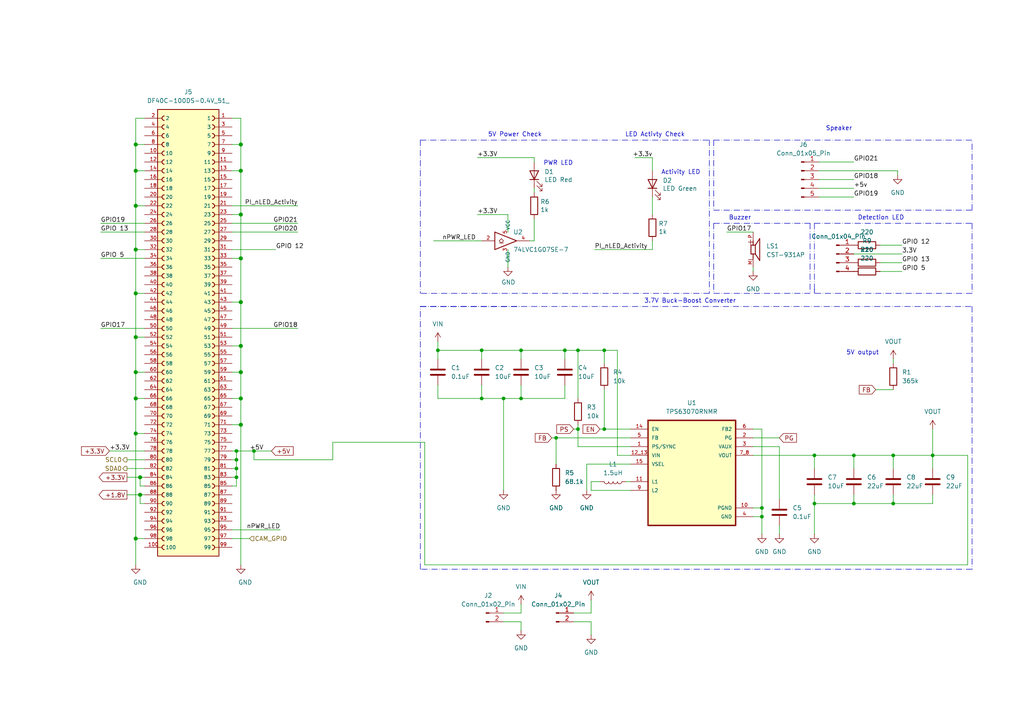
<source format=kicad_sch>
(kicad_sch (version 20231120) (generator "eeschema") (generator_version "8.0")
  (paper "A4")
  (title_block (title "Raspberry Pi Compute Module 4 AeroGuard") (date "2020-10-31") (rev "v01") (comment 4 "Author: Narain Vazquez"))
  (lib_symbols
    (symbol "CM4IO:74LVC1G07_copy"
      (property "Reference" "U" (at -2.54 3.81 0))
      (property "Value" "74LVC1G07_copy" (at 0 -3.81 0))
      (symbol "74LVC1G07_copy_1_1"
        (pin input line (at -7.62 0 0) (length 3.81) (name "~") (number "2"))
        (pin power_in line (at 0 -2.54 270) (length 0) (name "GND") (number "3"))
        (pin open_collector line (at 6.35 0 180) (length 3.81) (name "~") (number "4"))
        (pin power_in line (at 0 2.54 90) (length 0) (name "VCC") (number "5"))
      )
    )
    (symbol "CST-931AP:CST-931AP" (pin_names (offset 1.016))
      (property "Reference" "LS" (at -3.8191 8.9113 0))
      (property "Value" "CST-931AP" (at -3.8215 -11.4646 0))
      (symbol "CST-931AP_0_0"
        (text "+" (at -1.9113 1.2742 0) (effects (font (size 1.7839 1.7839)) (justify left bottom)))
        (text "-" (at -1.9113 -3.8143 0) (effects (font (size 1.7839 1.7839)) (justify left bottom)))
        (pin passive line (at 0 -5.08 90) (length 2.54) (name "~") (number "M"))
        (pin passive line (at 0 5.08 270) (length 2.54) (name "~") (number "P"))
      )
    )
    (symbol "Connector:Conn_01x02_Pin" (pin_names (offset 1.016) hide)
      (property "Reference" "J" (at 0 2.54 0))
      (property "Value" "Conn_01x02_Pin" (at 0 -5.08 0))
      (symbol "Conn_01x02_Pin_1_1"
        (pin passive line (at 5.08 0 180) (length 3.81) (name "Pin_1") (number "1"))
        (pin passive line (at 5.08 -2.54 180) (length 3.81) (name "Pin_2") (number "2"))
      )
    )
    (symbol "Connector:Conn_01x04_Pin" (pin_names (offset 1.016) hide)
      (property "Reference" "J" (at 0 5.08 0))
      (property "Value" "Conn_01x04_Pin" (at 0 -7.62 0))
      (symbol "Conn_01x04_Pin_1_1"
        (pin passive line (at 5.08 2.54 180) (length 3.81) (name "Pin_1") (number "1"))
        (pin passive line (at 5.08 0 180) (length 3.81) (name "Pin_2") (number "2"))
        (pin passive line (at 5.08 -2.54 180) (length 3.81) (name "Pin_3") (number "3"))
        (pin passive line (at 5.08 -5.08 180) (length 3.81) (name "Pin_4") (number "4"))
      )
    )
    (symbol "Connector:Conn_01x05_Pin" (pin_names (offset 1.016) hide)
      (property "Reference" "J" (at 0 7.62 0))
      (property "Value" "Conn_01x05_Pin" (at 0 -7.62 0))
      (symbol "Conn_01x05_Pin_1_1"
        (pin passive line (at 5.08 5.08 180) (length 3.81) (name "Pin_1") (number "1"))
        (pin passive line (at 5.08 2.54 180) (length 3.81) (name "Pin_2") (number "2"))
        (pin passive line (at 5.08 0 180) (length 3.81) (name "Pin_3") (number "3"))
        (pin passive line (at 5.08 -2.54 180) (length 3.81) (name "Pin_4") (number "4"))
        (pin passive line (at 5.08 -5.08 180) (length 3.81) (name "Pin_5") (number "5"))
      )
    )
    (symbol "DF40C-100DS-0.4V_51_:DF40C-100DS-0.4V_51_" (pin_names (offset 1.016))
      (property "Reference" "J" (at -8.9083 63.6526 0))
      (property "Value" "DF40C-100DS-0.4V_51_" (at -8.9063 -68.7318 0))
      (symbol "DF40C-100DS-0.4V_51__0_0"
        (pin passive line (at -12.7 60.96 0) (length 5.08) (name "1") (number "1"))
        (pin passive line (at 12.7 50.8 180) (length 5.08) (name "10") (number "10"))
        (pin passive line (at 12.7 -63.5 180) (length 5.08) (name "100") (number "100"))
        (pin passive line (at -12.7 48.26 0) (length 5.08) (name "11") (number "11"))
        (pin passive line (at 12.7 48.26 180) (length 5.08) (name "12") (number "12"))
        (pin passive line (at -12.7 45.72 0) (length 5.08) (name "13") (number "13"))
        (pin passive line (at 12.7 45.72 180) (length 5.08) (name "14") (number "14"))
        (pin passive line (at -12.7 43.18 0) (length 5.08) (name "15") (number "15"))
        (pin passive line (at 12.7 43.18 180) (length 5.08) (name "16") (number "16"))
        (pin passive line (at -12.7 40.64 0) (length 5.08) (name "17") (number "17"))
        (pin passive line (at 12.7 40.64 180) (length 5.08) (name "18") (number "18"))
        (pin passive line (at -12.7 38.1 0) (length 5.08) (name "19") (number "19"))
        (pin passive line (at 12.7 60.96 180) (length 5.08) (name "2") (number "2"))
        (pin passive line (at 12.7 38.1 180) (length 5.08) (name "20") (number "20"))
        (pin passive line (at -12.7 35.56 0) (length 5.08) (name "21") (number "21"))
        (pin passive line (at 12.7 35.56 180) (length 5.08) (name "22") (number "22"))
        (pin passive line (at -12.7 33.02 0) (length 5.08) (name "23") (number "23"))
        (pin passive line (at 12.7 33.02 180) (length 5.08) (name "24") (number "24"))
        (pin passive line (at -12.7 30.48 0) (length 5.08) (name "25") (number "25"))
        (pin passive line (at 12.7 30.48 180) (length 5.08) (name "26") (number "26"))
        (pin passive line (at -12.7 27.94 0) (length 5.08) (name "27") (number "27"))
        (pin passive line (at 12.7 27.94 180) (length 5.08) (name "28") (number "28"))
        (pin passive line (at -12.7 25.4 0) (length 5.08) (name "29") (number "29"))
        (pin passive line (at -12.7 58.42 0) (length 5.08) (name "3") (number "3"))
        (pin passive line (at 12.7 25.4 180) (length 5.08) (name "30") (number "30"))
        (pin passive line (at -12.7 22.86 0) (length 5.08) (name "31") (number "31"))
        (pin passive line (at 12.7 22.86 180) (length 5.08) (name "32") (number "32"))
        (pin passive line (at -12.7 20.32 0) (length 5.08) (name "33") (number "33"))
        (pin passive line (at 12.7 20.32 180) (length 5.08) (name "34") (number "34"))
        (pin passive line (at -12.7 17.78 0) (length 5.08) (name "35") (number "35"))
        (pin passive line (at 12.7 17.78 180) (length 5.08) (name "36") (number "36"))
        (pin passive line (at -12.7 15.24 0) (length 5.08) (name "37") (number "37"))
        (pin passive line (at 12.7 15.24 180) (length 5.08) (name "38") (number "38"))
        (pin passive line (at -12.7 12.7 0) (length 5.08) (name "39") (number "39"))
        (pin passive line (at 12.7 58.42 180) (length 5.08) (name "4") (number "4"))
        (pin passive line (at 12.7 12.7 180) (length 5.08) (name "40") (number "40"))
        (pin passive line (at -12.7 10.16 0) (length 5.08) (name "41") (number "41"))
        (pin passive line (at 12.7 10.16 180) (length 5.08) (name "42") (number "42"))
        (pin passive line (at -12.7 7.62 0) (length 5.08) (name "43") (number "43"))
        (pin passive line (at 12.7 7.62 180) (length 5.08) (name "44") (number "44"))
        (pin passive line (at -12.7 5.08 0) (length 5.08) (name "45") (number "45"))
        (pin passive line (at 12.7 5.08 180) (length 5.08) (name "46") (number "46"))
        (pin passive line (at -12.7 2.54 0) (length 5.08) (name "47") (number "47"))
        (pin passive line (at 12.7 2.54 180) (length 5.08) (name "48") (number "48"))
        (pin passive line (at -12.7 0 0) (length 5.08) (name "49") (number "49"))
        (pin passive line (at -12.7 55.88 0) (length 5.08) (name "5") (number "5"))
        (pin passive line (at 12.7 0 180) (length 5.08) (name "50") (number "50"))
        (pin passive line (at -12.7 -2.54 0) (length 5.08) (name "51") (number "51"))
        (pin passive line (at 12.7 -2.54 180) (length 5.08) (name "52") (number "52"))
        (pin passive line (at -12.7 -5.08 0) (length 5.08) (name "53") (number "53"))
        (pin passive line (at 12.7 -5.08 180) (length 5.08) (name "54") (number "54"))
        (pin passive line (at -12.7 -7.62 0) (length 5.08) (name "55") (number "55"))
        (pin passive line (at 12.7 -7.62 180) (length 5.08) (name "56") (number "56"))
        (pin passive line (at -12.7 -10.16 0) (length 5.08) (name "57") (number "57"))
        (pin passive line (at 12.7 -10.16 180) (length 5.08) (name "58") (number "58"))
        (pin passive line (at -12.7 -12.7 0) (length 5.08) (name "59") (number "59"))
        (pin passive line (at 12.7 55.88 180) (length 5.08) (name "6") (number "6"))
        (pin passive line (at 12.7 -12.7 180) (length 5.08) (name "60") (number "60"))
        (pin passive line (at -12.7 -15.24 0) (length 5.08) (name "61") (number "61"))
        (pin passive line (at 12.7 -15.24 180) (length 5.08) (name "62") (number "62"))
        (pin passive line (at -12.7 -17.78 0) (length 5.08) (name "63") (number "63"))
        (pin passive line (at 12.7 -17.78 180) (length 5.08) (name "64") (number "64"))
        (pin passive line (at -12.7 -20.32 0) (length 5.08) (name "65") (number "65"))
        (pin passive line (at 12.7 -20.32 180) (length 5.08) (name "66") (number "66"))
        (pin passive line (at -12.7 -22.86 0) (length 5.08) (name "67") (number "67"))
        (pin passive line (at 12.7 -22.86 180) (length 5.08) (name "68") (number "68"))
        (pin passive line (at -12.7 -25.4 0) (length 5.08) (name "69") (number "69"))
        (pin passive line (at -12.7 53.34 0) (length 5.08) (name "7") (number "7"))
        (pin passive line (at 12.7 -25.4 180) (length 5.08) (name "70") (number "70"))
        (pin passive line (at -12.7 -27.94 0) (length 5.08) (name "71") (number "71"))
        (pin passive line (at 12.7 -27.94 180) (length 5.08) (name "72") (number "72"))
        (pin passive line (at -12.7 -30.48 0) (length 5.08) (name "73") (number "73"))
        (pin passive line (at 12.7 -30.48 180) (length 5.08) (name "74") (number "74"))
        (pin passive line (at -12.7 -33.02 0) (length 5.08) (name "75") (number "75"))
        (pin passive line (at 12.7 -33.02 180) (length 5.08) (name "76") (number "76"))
        (pin passive line (at -12.7 -35.56 0) (length 5.08) (name "77") (number "77"))
        (pin passive line (at 12.7 -35.56 180) (length 5.08) (name "78") (number "78"))
        (pin passive line (at -12.7 -38.1 0) (length 5.08) (name "79") (number "79"))
        (pin passive line (at 12.7 53.34 180) (length 5.08) (name "8") (number "8"))
        (pin passive line (at 12.7 -38.1 180) (length 5.08) (name "80") (number "80"))
        (pin passive line (at -12.7 -40.64 0) (length 5.08) (name "81") (number "81"))
        (pin passive line (at 12.7 -40.64 180) (length 5.08) (name "82") (number "82"))
        (pin passive line (at -12.7 -43.18 0) (length 5.08) (name "83") (number "83"))
        (pin passive line (at 12.7 -43.18 180) (length 5.08) (name "84") (number "84"))
        (pin passive line (at -12.7 -45.72 0) (length 5.08) (name "85") (number "85"))
        (pin passive line (at 12.7 -45.72 180) (length 5.08) (name "86") (number "86"))
        (pin passive line (at -12.7 -48.26 0) (length 5.08) (name "87") (number "87"))
        (pin passive line (at 12.7 -48.26 180) (length 5.08) (name "88") (number "88"))
        (pin passive line (at -12.7 -50.8 0) (length 5.08) (name "89") (number "89"))
        (pin passive line (at -12.7 50.8 0) (length 5.08) (name "9") (number "9"))
        (pin passive line (at 12.7 -50.8 180) (length 5.08) (name "90") (number "90"))
        (pin passive line (at -12.7 -53.34 0) (length 5.08) (name "91") (number "91"))
        (pin passive line (at 12.7 -53.34 180) (length 5.08) (name "92") (number "92"))
        (pin passive line (at -12.7 -55.88 0) (length 5.08) (name "93") (number "93"))
        (pin passive line (at 12.7 -55.88 180) (length 5.08) (name "94") (number "94"))
        (pin passive line (at -12.7 -58.42 0) (length 5.08) (name "95") (number "95"))
        (pin passive line (at 12.7 -58.42 180) (length 5.08) (name "96") (number "96"))
        (pin passive line (at -12.7 -60.96 0) (length 5.08) (name "97") (number "97"))
        (pin passive line (at 12.7 -60.96 180) (length 5.08) (name "98") (number "98"))
        (pin passive line (at -12.7 -63.5 0) (length 5.08) (name "99") (number "99"))
      )
    )
    (symbol "Device:C" (pin_numbers hide) (pin_names (offset 0.254))
      (property "Reference" "C" (at 0.635 2.54 0))
      (property "Value" "C" (at 0.635 -2.54 0))
      (symbol "C_1_1"
        (pin passive line (at 0 3.81 270) (length 2.794) (name "~") (number "1"))
        (pin passive line (at 0 -3.81 90) (length 2.794) (name "~") (number "2"))
      )
    )
    (symbol "Device:L" (pin_numbers hide) (pin_names (offset 1.016) hide)
      (property "Reference" "L" (at -1.27 0 90))
      (property "Value" "L" (at 1.905 0 90))
      (symbol "L_1_1"
        (pin passive line (at 0 3.81 270) (length 1.27) (name "1") (number "1"))
        (pin passive line (at 0 -3.81 90) (length 1.27) (name "2") (number "2"))
      )
    )
    (symbol "Device:LED" (pin_numbers hide) (pin_names hide)
      (property "Reference" "D" (at 0 2.54 0))
      (property "Value" "LED" (at 0 -2.54 0))
      (symbol "LED_1_1"
        (pin passive line (at -3.81 0 0) (length 2.54) (name "K") (number "1"))
        (pin passive line (at 3.81 0 180) (length 2.54) (name "A") (number "2"))
      )
    )
    (symbol "Device:R" (pin_numbers hide) (pin_names (offset 0))
      (property "Reference" "R" (at 2.032 0 90))
      (property "Value" "R" (at 0 0 90))
      (symbol "R_1_1"
        (pin passive line (at 0 3.81 270) (length 1.27) (name "~") (number "1"))
        (pin passive line (at 0 -3.81 90) (length 1.27) (name "~") (number "2"))
      )
    )
    (symbol "GND_1" (power) (pin_numbers hide) (pin_names (offset 0) hide)
      (property "Value" "GND" (at 0 -3.81 0))
      (symbol "GND_1_1_1"
        (pin power_in line (at 0 0 270) (length 0) (name "~") (number "1"))
      )
    )
    (symbol "GND_2" (power) (pin_numbers hide) (pin_names (offset 0) hide)
      (property "Value" "GND" (at 0 -3.81 0))
      (symbol "GND_2_1_1"
        (pin power_in line (at 0 0 270) (length 0) (name "~") (number "1"))
      )
    )
    (symbol "buckboost:TPS63070RNMR" (pin_names (offset 1.016))
      (property "Reference" "U" (at -12.7 16.24 0))
      (property "Value" "TPS63070RNMR" (at -12.7 -19.24 0))
      (symbol "TPS63070RNMR_0_0"
        (pin input line (at -17.78 7.62 0) (length 5.08) (name "PS/SYNC") (number "1"))
        (pin power_in line (at 17.78 -10.16 180) (length 5.08) (name "PGND") (number "10"))
        (pin bidirectional line (at -17.78 -2.54 0) (length 5.08) (name "L1") (number "11"))
        (pin input line (at -17.78 5.08 0) (length 5.08) (name "VIN") (number "12_13"))
        (pin input line (at -17.78 12.7 0) (length 5.08) (name "EN") (number "14"))
        (pin input line (at -17.78 2.54 0) (length 5.08) (name "VSEL") (number "15"))
        (pin output line (at 17.78 10.16 180) (length 5.08) (name "PG") (number "2"))
        (pin output line (at 17.78 7.62 180) (length 5.08) (name "VAUX") (number "3"))
        (pin power_in line (at 17.78 -12.7 180) (length 5.08) (name "GND") (number "4"))
        (pin input line (at -17.78 10.16 0) (length 5.08) (name "FB") (number "5"))
        (pin output line (at 17.78 12.7 180) (length 5.08) (name "FB2") (number "6"))
        (pin output line (at 17.78 5.08 180) (length 5.08) (name "VOUT") (number "7_8"))
        (pin bidirectional line (at -17.78 -5.08 0) (length 5.08) (name "L2") (number "9"))
      )
    )
    (symbol "power:GND" (power) (pin_names (offset 0))
      (property "Value" "GND" (at 0 -3.81 0))
      (symbol "GND_1_1"
        (pin power_in line (at 0 0 270) (length 0) hide (name "GND") (number "1"))
      )
    )
    (symbol "power:VDD" (power) (pin_numbers hide) (pin_names (offset 0) hide)
      (property "Value" "VDD" (at 0 3.556 0))
      (symbol "VDD_1_1"
        (pin power_in line (at 0 0 90) (length 0) (name "~") (number "1"))
      )
    )
  )
  (junction (at 69.85 123.19) (diameter 1.016))
  (junction (at 270.51 132.08))
  (junction (at 39.37 97.79) (diameter 1.016))
  (junction (at 139.7 101.6))
  (junction (at 167.64 101.6))
  (junction (at 139.7 115.57))
  (junction (at 40.64 138.43) (diameter 1.016))
  (junction (at 69.85 41.91) (diameter 1.016))
  (junction (at 39.37 72.39) (diameter 1.016))
  (junction (at 39.37 156.21) (diameter 1.016))
  (junction (at 39.37 115.57) (diameter 1.016))
  (junction (at 161.29 127))
  (junction (at 69.85 74.93) (diameter 1.016))
  (junction (at 68.58 135.89))
  (junction (at 39.37 49.53) (diameter 1.016))
  (junction (at 69.85 87.63) (diameter 1.016))
  (junction (at 175.26 124.46))
  (junction (at 151.13 115.57))
  (junction (at 151.13 101.6))
  (junction (at 73.66 130.81))
  (junction (at 68.58 138.43))
  (junction (at 39.37 107.95) (diameter 1.016))
  (junction (at 167.64 124.46))
  (junction (at 69.85 115.57) (diameter 1.016))
  (junction (at 146.05 115.57))
  (junction (at 69.85 62.23) (diameter 1.016))
  (junction (at 220.98 147.32))
  (junction (at 39.37 125.73) (diameter 1.016))
  (junction (at 69.85 100.33) (diameter 1.016))
  (junction (at 39.37 59.69) (diameter 1.016))
  (junction (at 39.37 85.09) (diameter 1.016))
  (junction (at 40.64 143.51) (diameter 1.016))
  (junction (at 259.08 146.05))
  (junction (at 220.98 149.86))
  (junction (at 68.58 130.81))
  (junction (at 247.65 146.05))
  (junction (at 236.22 132.08))
  (junction (at 68.58 133.35))
  (junction (at 127 101.6))
  (junction (at 247.65 132.08))
  (junction (at 69.85 49.53) (diameter 1.016))
  (junction (at 39.37 41.91) (diameter 1.016))
  (junction (at 259.08 132.08))
  (junction (at 175.26 101.6))
  (junction (at 163.83 101.6))
  (junction (at 236.22 146.05))
  (junction (at 69.85 107.95) (diameter 1.016))
  (wire (pts (xy 29.21 64.77) (xy 41.91 64.77)))
  (wire (pts (xy 167.64 129.54) (xy 182.88 129.54)))
  (wire (pts (xy 218.44 147.32) (xy 220.98 147.32)))
  (wire (pts (xy 247.65 146.05) (xy 259.08 146.05)))
  (wire (pts (xy 236.22 146.05) (xy 247.65 146.05)))
  (wire (pts (xy 261.62 76.2) (xy 255.27 76.2)))
  (wire (pts (xy 68.58 133.35) (xy 68.58 135.89)))
  (polyline (pts (xy 121.92 165.1) (xy 121.92 88.9)) (stroke (width 0) (type dash_dot)))
  (polyline (pts (xy 207.01 40.64) (xy 207.01 60.96)) (stroke (width 0) (type dash_dot)))
  (wire (pts (xy 67.31 87.63) (xy 69.85 87.63)))
  (polyline (pts (xy 236.22 64.77) (xy 281.94 64.77)) (stroke (width 0) (type dash_dot)))
  (wire (pts (xy 146.05 115.57) (xy 146.05 142.24)))
  (wire (pts (xy 154.94 63.5) (xy 154.94 69.85)))
  (wire (pts (xy 40.64 143.51) (xy 41.91 143.51)))
  (wire (pts (xy 167.64 101.6) (xy 175.26 101.6)))
  (wire (pts (xy 36.83 138.43) (xy 40.64 138.43)))
  (wire (pts (xy 236.22 135.89) (xy 236.22 132.08)))
  (wire (pts (xy 147.32 72.39) (xy 147.32 77.47)))
  (polyline (pts (xy 121.92 40.64) (xy 121.92 85.09)) (stroke (width 0) (type dash_dot)))
  (wire (pts (xy 67.31 95.25) (xy 86.36 95.25)))
  (polyline (pts (xy 207.01 64.77) (xy 207.01 85.09)) (stroke (width 0) (type dash_dot)))
  (wire (pts (xy 171.45 142.24) (xy 182.88 142.24)))
  (wire (pts (xy 151.13 111.76) (xy 151.13 115.57)))
  (wire (pts (xy 67.31 153.67) (xy 81.28 153.67)))
  (wire (pts (xy 236.22 143.51) (xy 236.22 146.05)))
  (wire (pts (xy 36.83 143.51) (xy 40.64 143.51)))
  (polyline (pts (xy 121.92 88.9) (xy 151.13 88.9)) (stroke (width 0) (type dash_dot)))
  (wire (pts (xy 68.58 135.89) (xy 68.58 138.43)))
  (wire (pts (xy 259.08 132.08) (xy 270.51 132.08)))
  (wire (pts (xy 39.37 59.69) (xy 41.91 59.69)))
  (wire (pts (xy 69.85 87.63) (xy 69.85 100.33)))
  (wire (pts (xy 270.51 124.46) (xy 270.51 132.08)))
  (wire (pts (xy 151.13 101.6) (xy 163.83 101.6)))
  (wire (pts (xy 189.23 57.15) (xy 189.23 62.23)))
  (wire (pts (xy 175.26 124.46) (xy 175.26 113.03)))
  (polyline (pts (xy 236.22 83.82) (xy 236.22 85.09)) (stroke (width 0) (type dash_dot)))
  (polyline (pts (xy 121.92 40.64) (xy 205.74 40.64)) (stroke (width 0) (type dash_dot)))
  (wire (pts (xy 166.37 124.46) (xy 167.64 124.46)))
  (wire (pts (xy 39.37 125.73) (xy 39.37 156.21)))
  (wire (pts (xy 139.7 111.76) (xy 139.7 115.57)))
  (wire (pts (xy 166.37 180.34) (xy 171.45 180.34)))
  (wire (pts (xy 154.94 54.61) (xy 154.94 55.88)))
  (wire (pts (xy 39.37 34.29) (xy 39.37 41.91)))
  (wire (pts (xy 146.05 115.57) (xy 151.13 115.57)))
  (wire (pts (xy 127 101.6) (xy 139.7 101.6)))
  (wire (pts (xy 179.07 132.08) (xy 182.88 132.08)))
  (wire (pts (xy 218.44 132.08) (xy 236.22 132.08)))
  (wire (pts (xy 171.45 177.8) (xy 171.45 173.99)))
  (wire (pts (xy 96.52 128.27) (xy 96.52 133.35)))
  (wire (pts (xy 36.83 135.89) (xy 41.91 135.89)))
  (wire (pts (xy 125.73 69.85) (xy 139.7 69.85)))
  (wire (pts (xy 68.58 130.81) (xy 73.66 130.81)))
  (wire (pts (xy 39.37 85.09) (xy 39.37 97.79)))
  (wire (pts (xy 247.65 132.08) (xy 247.65 135.89)))
  (wire (pts (xy 163.83 115.57) (xy 163.83 111.76)))
  (wire (pts (xy 220.98 124.46) (xy 220.98 147.32)))
  (wire (pts (xy 39.37 72.39) (xy 41.91 72.39)))
  (wire (pts (xy 175.26 101.6) (xy 175.26 105.41)))
  (wire (pts (xy 151.13 180.34) (xy 151.13 182.88)))
  (wire (pts (xy 151.13 101.6) (xy 151.13 104.14)))
  (wire (pts (xy 220.98 147.32) (xy 220.98 149.86)))
  (wire (pts (xy 151.13 175.26) (xy 151.13 177.8)))
  (wire (pts (xy 123.19 128.27) (xy 96.52 128.27)))
  (wire (pts (xy 270.51 132.08) (xy 270.51 135.89)))
  (wire (pts (xy 67.31 123.19) (xy 69.85 123.19)))
  (wire (pts (xy 160.02 127) (xy 161.29 127)))
  (wire (pts (xy 39.37 41.91) (xy 39.37 49.53)))
  (wire (pts (xy 161.29 127) (xy 182.88 127)))
  (wire (pts (xy 179.07 101.6) (xy 179.07 132.08)))
  (wire (pts (xy 67.31 49.53) (xy 69.85 49.53)))
  (wire (pts (xy 67.31 130.81) (xy 68.58 130.81)))
  (wire (pts (xy 189.23 72.39) (xy 189.23 69.85)))
  (wire (pts (xy 31.75 130.81) (xy 41.91 130.81)))
  (wire (pts (xy 247.65 146.05) (xy 247.65 143.51)))
  (wire (pts (xy 260.35 49.53) (xy 260.35 50.8)))
  (wire (pts (xy 67.31 107.95) (xy 69.85 107.95)))
  (polyline (pts (xy 281.94 88.9) (xy 281.94 165.1)) (stroke (width 0) (type dash_dot)))
  (wire (pts (xy 261.62 78.74) (xy 255.27 78.74)))
  (wire (pts (xy 80.01 72.39) (xy 67.31 72.39)))
  (wire (pts (xy 39.37 115.57) (xy 41.91 115.57)))
  (wire (pts (xy 39.37 97.79) (xy 39.37 107.95)))
  (wire (pts (xy 146.05 180.34) (xy 151.13 180.34)))
  (wire (pts (xy 237.49 49.53) (xy 260.35 49.53)))
  (wire (pts (xy 29.21 74.93) (xy 41.91 74.93)))
  (wire (pts (xy 39.37 72.39) (xy 39.37 85.09)))
  (wire (pts (xy 171.45 139.7) (xy 171.45 142.24)))
  (wire (pts (xy 218.44 129.54) (xy 226.06 129.54)))
  (polyline (pts (xy 281.94 85.09) (xy 236.22 85.09)) (stroke (width 0) (type dash_dot)))
  (wire (pts (xy 69.85 62.23) (xy 69.85 74.93)))
  (wire (pts (xy 175.26 101.6) (xy 179.07 101.6)))
  (wire (pts (xy 270.51 146.05) (xy 270.51 143.51)))
  (wire (pts (xy 127 99.06) (xy 127 101.6)))
  (wire (pts (xy 182.88 134.62) (xy 170.18 134.62)))
  (wire (pts (xy 261.62 71.12) (xy 255.27 71.12)))
  (wire (pts (xy 36.83 133.35) (xy 41.91 133.35)))
  (wire (pts (xy 127 115.57) (xy 139.7 115.57)))
  (wire (pts (xy 154.94 69.85) (xy 153.67 69.85)))
  (wire (pts (xy 67.31 74.93) (xy 69.85 74.93)))
  (wire (pts (xy 39.37 41.91) (xy 41.91 41.91)))
  (wire (pts (xy 147.32 67.31) (xy 147.32 62.23)))
  (wire (pts (xy 69.85 41.91) (xy 69.85 49.53)))
  (wire (pts (xy 40.64 146.05) (xy 40.64 143.51)))
  (wire (pts (xy 139.7 115.57) (xy 146.05 115.57)))
  (polyline (pts (xy 281.94 64.77) (xy 281.94 85.09)) (stroke (width 0) (type dash_dot)))
  (wire (pts (xy 237.49 57.15) (xy 247.65 57.15)))
  (wire (pts (xy 69.85 107.95) (xy 69.85 115.57)))
  (wire (pts (xy 67.31 67.31) (xy 86.36 67.31)))
  (wire (pts (xy 154.94 45.72) (xy 138.43 45.72)))
  (wire (pts (xy 151.13 177.8) (xy 146.05 177.8)))
  (wire (pts (xy 40.64 138.43) (xy 41.91 138.43)))
  (wire (pts (xy 73.66 130.81) (xy 73.66 133.35)))
  (polyline (pts (xy 207.01 60.96) (xy 281.94 60.96)) (stroke (width 0) (type dash_dot)))
  (polyline (pts (xy 207.01 64.77) (xy 234.95 64.77)) (stroke (width 0) (type dash_dot)))
  (polyline (pts (xy 281.94 60.96) (xy 281.94 40.64)) (stroke (width 0) (type dash_dot)))
  (polyline (pts (xy 121.92 88.9) (xy 281.94 88.9)) (stroke (width 0) (type dash_dot)))
  (wire (pts (xy 226.06 129.54) (xy 226.06 144.78)))
  (wire (pts (xy 170.18 134.62) (xy 170.18 142.24)))
  (wire (pts (xy 161.29 134.62) (xy 161.29 127)))
  (wire (pts (xy 39.37 85.09) (xy 41.91 85.09)))
  (wire (pts (xy 39.37 49.53) (xy 41.91 49.53)))
  (wire (pts (xy 39.37 49.53) (xy 39.37 59.69)))
  (wire (pts (xy 218.44 124.46) (xy 220.98 124.46)))
  (wire (pts (xy 41.91 95.25) (xy 29.21 95.25)))
  (wire (pts (xy 167.64 115.57) (xy 167.64 101.6)))
  (wire (pts (xy 167.64 124.46) (xy 167.64 129.54)))
  (wire (pts (xy 154.94 46.99) (xy 154.94 45.72)))
  (wire (pts (xy 39.37 125.73) (xy 41.91 125.73)))
  (wire (pts (xy 218.44 77.47) (xy 218.44 78.74)))
  (wire (pts (xy 69.85 34.29) (xy 69.85 41.91)))
  (wire (pts (xy 163.83 101.6) (xy 167.64 101.6)))
  (polyline (pts (xy 234.95 64.77) (xy 234.95 85.09)) (stroke (width 0) (type dash_dot)))
  (wire (pts (xy 69.85 100.33) (xy 69.85 107.95)))
  (wire (pts (xy 280.67 132.08) (xy 270.51 132.08)))
  (wire (pts (xy 259.08 146.05) (xy 259.08 143.51)))
  (wire (pts (xy 237.49 52.07) (xy 247.65 52.07)))
  (wire (pts (xy 147.32 62.23) (xy 138.43 62.23)))
  (wire (pts (xy 220.98 149.86) (xy 220.98 154.94)))
  (wire (pts (xy 236.22 146.05) (xy 236.22 154.94)))
  (wire (pts (xy 69.85 49.53) (xy 69.85 62.23)))
  (wire (pts (xy 127 111.76) (xy 127 115.57)))
  (wire (pts (xy 67.31 59.69) (xy 86.36 59.69)))
  (wire (pts (xy 73.66 130.81) (xy 78.74 130.81)))
  (wire (pts (xy 73.66 133.35) (xy 96.52 133.35)))
  (wire (pts (xy 39.37 115.57) (xy 39.37 125.73)))
  (polyline (pts (xy 205.74 85.09) (xy 121.92 85.09)) (stroke (width 0) (type dash_dot)))
  (wire (pts (xy 67.31 62.23) (xy 69.85 62.23)))
  (wire (pts (xy 68.58 130.81) (xy 68.58 133.35)))
  (polyline (pts (xy 236.22 64.77) (xy 236.22 85.09)) (stroke (width 0) (type dash_dot)))
  (wire (pts (xy 171.45 139.7) (xy 173.99 139.7)))
  (wire (pts (xy 166.37 177.8) (xy 171.45 177.8)))
  (wire (pts (xy 39.37 156.21) (xy 41.91 156.21)))
  (wire (pts (xy 259.08 104.14) (xy 259.08 105.41)))
  (wire (pts (xy 39.37 97.79) (xy 41.91 97.79)))
  (wire (pts (xy 67.31 115.57) (xy 69.85 115.57)))
  (wire (pts (xy 254 113.03) (xy 259.08 113.03)))
  (wire (pts (xy 67.31 138.43) (xy 68.58 138.43)))
  (wire (pts (xy 41.91 34.29) (xy 39.37 34.29)))
  (polyline (pts (xy 281.94 165.1) (xy 121.92 165.1)) (stroke (width 0) (type dash_dot)))
  (wire (pts (xy 237.49 46.99) (xy 247.65 46.99)))
  (wire (pts (xy 67.31 156.21) (xy 72.39 156.21)))
  (wire (pts (xy 261.62 73.66) (xy 247.65 73.66)))
  (wire (pts (xy 67.31 64.77) (xy 86.36 64.77)))
  (wire (pts (xy 182.88 124.46) (xy 175.26 124.46)))
  (wire (pts (xy 41.91 146.05) (xy 40.64 146.05)))
  (wire (pts (xy 237.49 54.61) (xy 247.65 54.61)))
  (wire (pts (xy 67.31 41.91) (xy 69.85 41.91)))
  (wire (pts (xy 259.08 146.05) (xy 270.51 146.05)))
  (wire (pts (xy 236.22 132.08) (xy 247.65 132.08)))
  (wire (pts (xy 29.21 67.31) (xy 41.91 67.31)))
  (wire (pts (xy 218.44 127) (xy 226.06 127)))
  (wire (pts (xy 139.7 101.6) (xy 139.7 104.14)))
  (wire (pts (xy 181.61 139.7) (xy 182.88 139.7)))
  (wire (pts (xy 67.31 133.35) (xy 68.58 133.35)))
  (wire (pts (xy 123.19 128.27) (xy 123.19 163.83)))
  (wire (pts (xy 171.45 180.34) (xy 171.45 184.15)))
  (wire (pts (xy 226.06 154.94) (xy 226.06 152.4)))
  (polyline (pts (xy 207.01 40.64) (xy 281.94 40.64)) (stroke (width 0) (type dash_dot)))
  (wire (pts (xy 39.37 59.69) (xy 39.37 72.39)))
  (wire (pts (xy 39.37 156.21) (xy 39.37 163.83)))
  (wire (pts (xy 139.7 101.6) (xy 151.13 101.6)))
  (wire (pts (xy 68.58 140.97) (xy 67.31 140.97)))
  (wire (pts (xy 173.99 124.46) (xy 175.26 124.46)))
  (polyline (pts (xy 205.74 40.64) (xy 205.74 85.09)) (stroke (width 0) (type dash_dot)))
  (wire (pts (xy 247.65 132.08) (xy 259.08 132.08)))
  (wire (pts (xy 184.15 45.72) (xy 189.23 45.72)))
  (wire (pts (xy 39.37 107.95) (xy 39.37 115.57)))
  (wire (pts (xy 68.58 138.43) (xy 68.58 140.97)))
  (wire (pts (xy 127 104.14) (xy 127 101.6)))
  (wire (pts (xy 67.31 100.33) (xy 69.85 100.33)))
  (wire (pts (xy 189.23 49.53) (xy 189.23 45.72)))
  (wire (pts (xy 41.91 140.97) (xy 40.64 140.97)))
  (wire (pts (xy 67.31 135.89) (xy 68.58 135.89)))
  (wire (pts (xy 259.08 132.08) (xy 259.08 135.89)))
  (polyline (pts (xy 207.01 85.09) (xy 234.95 85.09)) (stroke (width 0) (type dash_dot)))
  (wire (pts (xy 151.13 115.57) (xy 163.83 115.57)))
  (wire (pts (xy 167.64 123.19) (xy 167.64 124.46)))
  (wire (pts (xy 40.64 140.97) (xy 40.64 138.43)))
  (wire (pts (xy 123.19 163.83) (xy 280.67 163.83)))
  (wire (pts (xy 69.85 74.93) (xy 69.85 87.63)))
  (wire (pts (xy 280.67 163.83) (xy 280.67 132.08)))
  (wire (pts (xy 172.466 72.39) (xy 189.23 72.39)))
  (wire (pts (xy 69.85 115.57) (xy 69.85 123.19)))
  (wire (pts (xy 210.82 67.31) (xy 218.44 67.31)))
  (wire (pts (xy 67.31 34.29) (xy 69.85 34.29)))
  (wire (pts (xy 163.83 101.6) (xy 163.83 104.14)))
  (wire (pts (xy 39.37 107.95) (xy 41.91 107.95)))
  (wire (pts (xy 69.85 123.19) (xy 69.85 163.83)))
  (wire (pts (xy 218.44 149.86) (xy 220.98 149.86)))
  (text "LED Activty Check\n" (at 189.992 39.116 0) (effects (font (size 1.27 1.27))))
  (text "Activity LED" (at 191.77 50.8 0) (effects (font (size 1.27 1.27)) (justify left bottom)))
  (text "Speaker\n" (at 243.332 37.338 0) (effects (font (size 1.27 1.27))))
  (text "PWR LED" (at 157.607 48.133 0) (effects (font (size 1.27 1.27)) (justify left bottom)))
  (text "Detection LED\n" (at 255.524 63.246 0) (effects (font (size 1.27 1.27))))
  (text "3.7V Buck-Boost Converter\n" (at 200.152 87.376 0) (effects (font (size 1.27 1.27))))
  (text "5V output\n" (at 250.19 102.362 0) (effects (font (size 1.27 1.27))))
  (text "Buzzer\n" (at 214.63 63.246 0) (effects (font (size 1.27 1.27))))
  (text "5V Power Check" (at 149.352 39.116 0) (effects (font (size 1.27 1.27))))
  (label "+3.3v" (at 189.23 45.72 180))
  (label "GPIO 13" (at 29.21 67.31 0))
  (label "GPIO21" (at 86.36 64.77 180))
  (label "PI_nLED_Activity" (at 172.466 72.39 0))
  (label "nPWR_LED" (at 81.28 153.67 180))
  (label "GPIO 12" (at 80.01 72.39 0))
  (label "GPIO18" (at 86.36 95.25 180))
  (label "3.3V" (at 261.62 73.66 0))
  (label "+3.3V" (at 138.43 62.23 0))
  (label "+3.3V" (at 31.75 130.81 0))
  (label "GPIO19" (at 247.65 57.15 0))
  (label "PI_nLED_Activity" (at 86.36 59.69 180))
  (label "GPIO 5" (at 29.21 74.93 0))
  (label "GPIO17" (at 210.82 67.31 0))
  (label "GPIO 12" (at 261.62 71.12 0))
  (label "+5v" (at 247.65 54.61 0))
  (label "GPIO19" (at 29.21 64.77 0))
  (label "GPIO 5" (at 261.62 78.74 0))
  (label "nPWR_LED" (at 128.27 69.85 0))
  (label "GPIO18" (at 247.65 52.07 0))
  (label "+5V" (at 72.39 130.81 0))
  (label "GPIO 13" (at 261.62 76.2 0))
  (label "GPIO21" (at 247.65 46.99 0))
  (label "+3.3V" (at 138.43 45.72 0))
  (label "GPIO17" (at 29.21 95.25 0))
  (label "GPIO20" (at 86.36 67.31 180))
  (global_label "PG" (shape input) (at 226.06 127 0) (property "Intersheetrefs" "${INTERSHEET_REFS}" (effects (hide yes))))
  (global_label "PS" (shape input) (at 166.37 124.46 180) (property "Intersheetrefs" "${INTERSHEET_REFS}" (effects (hide yes))))
  (global_label "+3.3V" (shape output) (at 36.83 138.43 180) (property "Intersheetrefs" "${INTERSHEET_REFS}" (effects (hide yes))))
  (global_label "EN" (shape input) (at 173.99 124.46 180) (property "Intersheetrefs" "${INTERSHEET_REFS}" (effects (hide yes))))
  (global_label "+5V" (shape input) (at 78.74 130.81 0) (property "Intersheetrefs" "${INTERSHEET_REFS}" (effects (hide yes))))
  (global_label "+3.3V" (shape input) (at 31.75 130.81 180) (property "Intersheetrefs" "${INTERSHEET_REFS}" (effects (hide yes))))
  (global_label "FB" (shape input) (at 160.02 127 180) (property "Intersheetrefs" "${INTERSHEET_REFS}" (effects (hide yes))))
  (global_label "+1.8V" (shape output) (at 36.83 143.51 180) (property "Intersheetrefs" "${INTERSHEET_REFS}" (effects (hide yes))))
  (global_label "FB" (shape input) (at 254 113.03 180) (property "Intersheetrefs" "${INTERSHEET_REFS}" (effects (hide yes))))
  (hierarchical_label "CAM_GPIO" (shape input) (at 72.39 156.21 0))
  (hierarchical_label "SCL0" (shape output) (at 36.83 133.35 180))
  (hierarchical_label "SDA0" (shape output) (at 36.83 135.89 180))
  (symbol (lib_id "Device:R") (at 154.94 59.69 0) (unit 1)
    (property "Reference" "R6" (at 156.718 58.5216 0) (effects (justify left)))
    (property "Value" "1k" (at 156.718 60.833 0) (effects (justify left)))
    (property "Footprint" "Resistor_THT:R_Axial_DIN0204_L3.6mm_D1.6mm_P5.08mm_Horizontal" (effects (hide yes)))
    (property "Datasheet" "https://fscdn.rohm.com/en/products/databook/datasheet/passive/resistor/chip_resistor/mcr-e.pdf" (effects (hide yes)))
    (property "Field4" "Farnell" (effects (hide yes)))
    (property "Field5" "9239235" (effects (hide yes)))
    (property "Field7" "KOA EUROPE GMBH" (effects (hide yes)))
    (property "Field6" "RK73H1ETTP1001F" (effects (hide yes)))
    (property "Part Description" "Resistor 1K M1005 1% 63mW" (effects (hide yes)))
    (property "Field8" "125049511" (effects (hide yes)))
  )
  (symbol (lib_id "Connector:Conn_01x02_Pin") (at 140.97 177.8 0) (unit 1)
    (property "Reference" "J2" (at 141.605 172.72 0))
    (property "Value" "Conn_01x02_Pin" (at 141.605 175.26 0))
    (property "Footprint" "Connector_PinHeader_2.54mm:PinHeader_1x02_P2.54mm_Vertical" (effects (hide yes)))
    (property "Description" "Generic connector, single row, 01x02, script generated" (effects (hide yes)))
  )
  (symbol (lib_id "Connector:Conn_01x05_Pin") (at 232.41 52.07 0) (unit 1)
    (property "Reference" "J6" (at 233.045 41.91 0))
    (property "Value" "Conn_01x05_Pin" (at 233.045 44.45 0))
    (property "Footprint" "Connector_PinHeader_2.54mm:PinHeader_1x05_P2.54mm_Vertical" (effects (hide yes)))
    (property "Description" "Generic connector, single row, 01x05, script generated" (effects (hide yes)))
  )
  (symbol (lib_id "power:VDD") (at 151.13 175.26 0) (unit 1)
    (property "Reference" "#PWR010" (effects (hide yes)))
    (property "Value" "VIN" (at 151.13 170.18 0))
    (property "Description" "Power symbol creates a global label with name \"VDD\"" (effects (hide yes)))
  )
  (symbol (lib_name "GND_1") (lib_id "power:GND") (at 161.29 142.24 0) (unit 1)
    (property "Reference" "#PWR07" (effects (hide yes)))
    (property "Value" "GND" (at 161.29 147.32 0))
    (property "Description" "Power symbol creates a global label with name \"GND\" , ground" (effects (hide yes)))
  )
  (symbol (lib_id "power:VDD") (at 259.08 104.14 0) (unit 1)
    (property "Reference" "#PWR01" (effects (hide yes)))
    (property "Value" "VOUT" (at 259.08 99.06 0))
    (property "Description" "Power symbol creates a global label with name \"VDD\"" (effects (hide yes)))
  )
  (symbol (lib_name "GND_1") (lib_id "power:GND") (at 220.98 154.94 0) (unit 1)
    (property "Reference" "#PWR06" (effects (hide yes)))
    (property "Value" "GND" (at 220.98 160.02 0))
    (property "Description" "Power symbol creates a global label with name \"GND\" , ground" (effects (hide yes)))
  )
  (symbol (lib_name "GND_1") (lib_id "power:GND") (at 236.22 154.94 0) (unit 1)
    (property "Reference" "#PWR08" (effects (hide yes)))
    (property "Value" "GND" (at 236.22 160.02 0))
    (property "Description" "Power symbol creates a global label with name \"GND\" , ground" (effects (hide yes)))
  )
  (symbol (lib_id "power:VDD") (at 270.51 124.46 0) (unit 1)
    (property "Reference" "#PWR09" (effects (hide yes)))
    (property "Value" "VOUT" (at 270.51 119.38 0))
    (property "Description" "Power symbol creates a global label with name \"VDD\"" (effects (hide yes)))
  )
  (symbol (lib_id "Device:C") (at 226.06 148.59 0) (unit 1)
    (property "Reference" "C5" (at 229.87 147.3199 0) (effects (justify left)))
    (property "Value" "0.1uF" (at 229.87 149.8599 0) (effects (justify left)))
    (property "Footprint" "0.1uf:CAP_CL05_SAM-M" (effects (hide yes)))
    (property "Description" "Unpolarized capacitor" (effects (hide yes)))
  )
  (symbol (lib_id "Device:R") (at 167.64 119.38 0) (unit 1)
    (property "Reference" "R3" (at 170.18 118.1099 0) (effects (justify left)))
    (property "Value" "10k" (at 170.18 120.6499 0) (effects (justify left)))
    (property "Footprint" "Resistor_THT:R_Axial_DIN0204_L3.6mm_D1.6mm_P5.08mm_Horizontal" (effects (hide yes)))
    (property "Description" "Resistor" (effects (hide yes)))
  )
  (symbol (lib_id "Connector:Conn_01x02_Pin") (at 161.29 177.8 0) (unit 1)
    (property "Reference" "J4" (at 161.925 172.72 0))
    (property "Value" "Conn_01x02_Pin" (at 161.925 175.26 0))
    (property "Footprint" "Connector_PinHeader_2.54mm:PinHeader_1x02_P2.54mm_Vertical" (effects (hide yes)))
    (property "Description" "Generic connector, single row, 01x02, script generated" (effects (hide yes)))
  )
  (symbol (lib_name "GND_1") (lib_id "power:GND") (at 170.18 142.24 0) (unit 1)
    (property "Reference" "#PWR05" (effects (hide yes)))
    (property "Value" "GND" (at 170.18 147.32 0))
    (property "Description" "Power symbol creates a global label with name \"GND\" , ground" (effects (hide yes)))
  )
  (symbol (lib_name "GND_2") (lib_id "power:GND") (at 218.44 78.74 0) (unit 1)
    (property "Reference" "#PWR017" (effects (hide yes)))
    (property "Value" "GND" (at 218.44 83.82 0))
    (property "Description" "Power symbol creates a global label with name \"GND\" , ground" (effects (hide yes)))
  )
  (symbol (lib_id "Device:R") (at 161.29 138.43 0) (unit 1)
    (property "Reference" "R5" (at 163.83 137.1599 0) (effects (justify left)))
    (property "Value" "68.1k" (at 163.83 139.6999 0) (effects (justify left)))
    (property "Footprint" "Resistor_THT:R_Axial_DIN0204_L3.6mm_D1.6mm_P5.08mm_Horizontal" (effects (hide yes)))
    (property "Description" "Resistor" (effects (hide yes)))
  )
  (symbol (lib_name "GND_2") (lib_id "power:GND") (at 260.35 50.8 0) (unit 1)
    (property "Reference" "#PWR016" (effects (hide yes)))
    (property "Value" "GND" (at 260.35 55.88 0))
    (property "Description" "Power symbol creates a global label with name \"GND\" , ground" (effects (hide yes)))
  )
  (symbol (lib_name "GND_1") (lib_id "power:GND") (at 151.13 182.88 0) (unit 1)
    (property "Reference" "#PWR011" (effects (hide yes)))
    (property "Value" "GND" (at 151.13 187.96 0))
    (property "Description" "Power symbol creates a global label with name \"GND\" , ground" (effects (hide yes)))
  )
  (symbol (lib_id "power:VDD") (at 171.45 173.99 0) (unit 1)
    (property "Reference" "#PWR012" (effects (hide yes)))
    (property "Value" "VOUT" (at 171.45 168.91 0))
    (property "Description" "Power symbol creates a global label with name \"VDD\"" (effects (hide yes)))
  )
  (symbol (lib_id "Device:R") (at 251.46 71.12 90) (unit 1)
    (property "Reference" "R2" (effects (hide yes)))
    (property "Value" "220" (at 251.46 67.31 90))
    (property "Footprint" "Resistor_THT:R_Axial_DIN0204_L3.6mm_D1.6mm_P5.08mm_Horizontal" (effects (hide yes)))
    (property "Description" "Resistor" (effects (hide yes)))
  )
  (symbol (lib_id "Device:C") (at 127 107.95 0) (unit 1)
    (property "Reference" "C1" (at 130.81 106.6799 0) (effects (justify left)))
    (property "Value" "0.1uF" (at 130.81 109.2199 0) (effects (justify left)))
    (property "Footprint" "0.1uf:CAP_CL05_SAM-M" (effects (hide yes)))
    (property "Description" "Unpolarized capacitor" (effects (hide yes)))
  )
  (symbol (lib_id "Device:C") (at 236.22 139.7 0) (unit 1)
    (property "Reference" "C7" (at 240.03 138.4299 0) (effects (justify left)))
    (property "Value" "10uF" (at 240.03 140.9699 0) (effects (justify left)))
    (property "Footprint" "10uf:G-21_MUR-M" (effects (hide yes)))
    (property "Description" "Unpolarized capacitor" (effects (hide yes)))
  )
  (symbol (lib_id "Device:C") (at 247.65 139.7 0) (unit 1)
    (property "Reference" "C6" (at 251.46 138.4299 0) (effects (justify left)))
    (property "Value" "22uF" (at 251.46 140.9699 0) (effects (justify left)))
    (property "Footprint" "22uf:CAP_CL10_SAM-M" (effects (hide yes)))
    (property "Description" "Unpolarized capacitor" (effects (hide yes)))
  )
  (symbol (lib_id "Connector:Conn_01x04_Pin") (at 242.57 73.66 0) (unit 1)
    (property "Reference" "J3" (effects (hide yes)))
    (property "Value" "Conn_01x04_Pin" (at 243.205 68.58 0))
    (property "Footprint" "Connector_PinHeader_2.54mm:PinHeader_1x04_P2.54mm_Vertical_SMD_Pin1Left" (effects (hide yes)))
    (property "Description" "Generic connector, single row, 01x04, script generated" (effects (hide yes)))
  )
  (symbol (lib_id "Device:C") (at 139.7 107.95 0) (unit 1)
    (property "Reference" "C2" (at 143.51 106.6799 0) (effects (justify left)))
    (property "Value" "10uF" (at 143.51 109.2199 0) (effects (justify left)))
    (property "Footprint" "10uf:G-21_MUR-M" (effects (hide yes)))
    (property "Description" "Unpolarized capacitor" (effects (hide yes)))
  )
  (symbol (lib_id "Device:LED") (at 189.23 53.34 90) (unit 1)
    (property "Reference" "D2" (at 192.2018 52.3494 90) (effects (justify right)))
    (property "Value" "LED Green" (at 192.2018 54.6608 90) (effects (justify right)))
    (property "Footprint" "LED_THT:LED_D1.8mm_W3.3mm_H2.4mm" (effects (hide yes)))
    (property "Datasheet" "http://optoelectronics.liteon.com/upload/download/DS22-2000-226/LTST-S270KGKT.pdf" (effects (hide yes)))
    (property "Field4" "Digikey " (effects (hide yes)))
    (property "Field5" "LTST-S270KGKT" (effects (hide yes)))
    (property "Field6" "SML-A12M8TT86N" (effects (hide yes)))
    (property "Field7" "Rohm" (effects (hide yes)))
    (property "Field8" "650263301" (effects (hide yes)))
    (property "Part Description" "	Green 572nm LED Indication - Discrete 2.2V 2-SMD, No Lead" (effects (hide yes)))
  )
  (symbol (lib_id "Device:R") (at 259.08 109.22 0) (unit 1)
    (property "Reference" "R1" (at 261.62 107.9499 0) (effects (justify left)))
    (property "Value" "365k" (at 261.62 110.4899 0) (effects (justify left)))
    (property "Footprint" "Resistor_THT:R_Axial_DIN0204_L3.6mm_D1.6mm_P5.08mm_Horizontal" (effects (hide yes)))
    (property "Description" "Resistor" (effects (hide yes)))
  )
  (symbol (lib_id "Device:R") (at 189.23 66.04 0) (unit 1)
    (property "Reference" "R7" (at 191.008 64.8716 0) (effects (justify left)))
    (property "Value" "1k" (at 191.008 67.183 0) (effects (justify left)))
    (property "Footprint" "Resistor_THT:R_Axial_DIN0204_L3.6mm_D1.6mm_P5.08mm_Horizontal" (effects (hide yes)))
    (property "Datasheet" "https://fscdn.rohm.com/en/products/databook/datasheet/passive/resistor/chip_resistor/mcr-e.pdf" (effects (hide yes)))
    (property "Field4" "Farnell" (effects (hide yes)))
    (property "Field5" "9239235" (effects (hide yes)))
    (property "Field7" "KOA EUROPE GMBH" (effects (hide yes)))
    (property "Field6" "RK73H1ETTP1001F" (effects (hide yes)))
    (property "Part Description" "Resistor 1K M1005 1% 63mW" (effects (hide yes)))
    (property "Field8" "125049511" (effects (hide yes)))
  )
  (symbol (lib_id "Device:C") (at 270.51 139.7 0) (unit 1)
    (property "Reference" "C9" (at 274.32 138.4299 0) (effects (justify left)))
    (property "Value" "22uF" (at 274.32 140.9699 0) (effects (justify left)))
    (property "Footprint" "22uf:CAP_CL10_SAM-M" (effects (hide yes)))
    (property "Description" "Unpolarized capacitor" (effects (hide yes)))
  )
  (symbol (lib_name "GND_1") (lib_id "power:GND") (at 146.05 142.24 0) (unit 1)
    (property "Reference" "#PWR02" (effects (hide yes)))
    (property "Value" "GND" (at 146.05 147.32 0))
    (property "Description" "Power symbol creates a global label with name \"GND\" , ground" (effects (hide yes)))
  )
  (symbol (lib_name "GND_1") (lib_id "power:GND") (at 226.06 154.94 0) (unit 1)
    (property "Reference" "#PWR04" (effects (hide yes)))
    (property "Value" "GND" (at 226.06 160.02 0))
    (property "Description" "Power symbol creates a global label with name \"GND\" , ground" (effects (hide yes)))
  )
  (symbol (lib_id "CST-931AP:CST-931AP") (at 218.44 72.39 0) (unit 1)
    (property "Reference" "LS1" (at 222.25 71.372 0) (effects (justify left)))
    (property "Value" "CST-931AP" (at 222.25 73.912 0) (effects (justify left)))
    (property "Footprint" "CUI_CST-931AP.petty:CUI_CST-931AP" (effects (hide yes)))
    (property "MF" "Same Sky" (effects (hide yes)))
    (property "DESCRIPTION" "CST Series 2.73 kHz 3 V 9 mm round 4.5 mm deep Thru-Hole Magnetic Buzzer" (effects (hide yes)))
    (property "PACKAGE" "CUI" (effects (hide yes)))
    (property "PRICE" "0.71 USD" (effects (hide yes)))
    (property "Package" "None" (effects (hide yes)))
    (property "Check_prices" "https://www.snapeda.com/parts/CST-931AP/Same+Sky/view-part/?ref=eda" (effects (hide yes)))
    (property "Price" "None" (effects (hide yes)))
    (property "SnapEDA_Link" "https://www.snapeda.com/parts/CST-931AP/Same+Sky/view-part/?ref=snap" (effects (hide yes)))
    (property "MP" "CST-931AP" (effects (hide yes)))
    (property "Availability" "In Stock" (effects (hide yes)))
    (property "AVAILABILITY" "Good" (effects (hide yes)))
    (property "Description_1" "\n                        \n                            9 mm, 3 V, 85 dB, Through Hole, Magnetic Audio Transducer Buzzer\n                        \n" (effects (hide yes)))
  )
  (symbol (lib_name "GND_1") (lib_id "power:GND") (at 171.45 184.15 0) (unit 1)
    (property "Reference" "#PWR013" (effects (hide yes)))
    (property "Value" "GND" (at 171.45 189.23 0))
    (property "Description" "Power symbol creates a global label with name \"GND\" , ground" (effects (hide yes)))
  )
  (symbol (lib_id "CM4IO:74LVC1G07_copy") (at 147.32 69.85 0) (unit 1)
    (property "Reference" "U2" (at 148.844 67.31 0) (effects (justify left)))
    (property "Value" "74LVC1G07SE-7" (at 148.844 72.39 0) (effects (justify left)))
    (property "Footprint" "Package_TO_SOT_SMD:SOT-353_SC-70-5" (effects (hide yes)))
    (property "Datasheet" "https://www.diodes.com/assets/Datasheets/74LVC1G07.pdf" (effects (hide yes)))
    (property "Field4" "Farnell" (effects (hide yes)))
    (property "Field5" "2425492" (effects (hide yes)))
    (property "Field6" "74LVC1G07SE-7" (effects (hide yes)))
    (property "Field7" "Diodes" (effects (hide yes)))
    (property "Part Description" "Buffer, Non-Inverting 1 Element 1 Bit per Element Open Drain Output SOT-353" (effects (hide yes)))
  )
  (symbol (lib_id "power:GND") (at 39.37 163.83 0) (unit 1)
    (property "Reference" "#PWR025" (effects (hide yes)))
    (property "Value" "GND" (at 40.64 168.91 0))
  )
  (symbol (lib_id "Device:C") (at 151.13 107.95 0) (unit 1)
    (property "Reference" "C3" (at 154.94 106.6799 0) (effects (justify left)))
    (property "Value" "10uF" (at 154.94 109.2199 0) (effects (justify left)))
    (property "Footprint" "10uf:G-21_MUR-M" (effects (hide yes)))
    (property "Description" "Unpolarized capacitor" (effects (hide yes)))
  )
  (symbol (lib_id "power:GND") (at 147.32 77.47 0) (unit 1)
    (property "Reference" "#PWR015" (effects (hide yes)))
    (property "Value" "GND" (at 147.447 81.8642 0))
  )
  (symbol (lib_id "DF40C-100DS-0.4V_51_:DF40C-100DS-0.4V_51_") (at 54.61 95.25 0) (mirror y) (unit 1)
    (property "Reference" "J5" (at 54.61 26.67 0))
    (property "Value" "DF40C-100DS-0.4V_51_" (at 54.61 29.21 0))
    (property "Footprint" "DF40C-100DS-0.4V_51_:HIROSE_DF40C-100DS-0.4V_51_" (effects (hide yes)))
    (property "PARTREV" "Oct.1.2023" (effects (hide yes)))
    (property "STANDARD" "Manufacturer Recommendations" (effects (hide yes)))
    (property "MAXIMUM_PACKAGE_HEIGHT" "1.65mm" (effects (hide yes)))
    (property "MANUFACTURER" "Hirose" (effects (hide yes)))
  )
  (symbol (lib_id "Device:R") (at 251.46 76.2 90) (unit 1)
    (property "Reference" "R9" (at 251.46 69.85 90))
    (property "Value" "220" (at 251.46 72.39 90))
    (property "Footprint" "Resistor_THT:R_Axial_DIN0204_L3.6mm_D1.6mm_P5.08mm_Horizontal" (effects (hide yes)))
    (property "Description" "Resistor" (effects (hide yes)))
  )
  (symbol (lib_id "Device:LED") (at 154.94 50.8 90) (unit 1)
    (property "Reference" "D1" (at 157.9118 49.8094 90) (effects (justify right)))
    (property "Value" "LED Red" (at 157.9118 52.1208 90) (effects (justify right)))
    (property "Footprint" "LED_THT:LED_D1.8mm_W3.3mm_H2.4mm" (effects (hide yes)))
    (property "Datasheet" "http://optoelectronics.liteon.com/upload/download/DS22-2000-210/LTST-S270KRKT.pdf" (effects (hide yes)))
    (property "Field4" "Digikey " (effects (hide yes)))
    (property "Field5" "	LTST-S270KRKT" (effects (hide yes)))
    (property "Field6" "SML-A12U8TT86Q" (effects (hide yes)))
    (property "Field7" "Rohm" (effects (hide yes)))
    (property "Field8" "650295101" (effects (hide yes)))
    (property "Part Description" "	Red 620nm LED Indication - Discrete 2.2V 2-SMD, No Lead" (effects (hide yes)))
  )
  (symbol (lib_id "Device:R") (at 175.26 109.22 0) (unit 1)
    (property "Reference" "R4" (at 177.8 107.9499 0) (effects (justify left)))
    (property "Value" "10k" (at 177.8 110.4899 0) (effects (justify left)))
    (property "Footprint" "Resistor_THT:R_Axial_DIN0204_L3.6mm_D1.6mm_P5.08mm_Horizontal" (effects (hide yes)))
    (property "Description" "Resistor" (effects (hide yes)))
  )
  (symbol (lib_id "Device:L") (at 177.8 139.7 270) (unit 1)
    (property "Reference" "L1" (at 177.8 134.62 90))
    (property "Value" "1.5uH" (at 177.8 137.16 90))
    (property "Footprint" "LQM2HPN1R5MG0L:INDC2520X100N" (effects (hide yes)))
    (property "Description" "Inductor" (effects (hide yes)))
  )
  (symbol (lib_id "power:VDD") (at 127 99.06 0) (unit 1)
    (property "Reference" "#PWR03" (effects (hide yes)))
    (property "Value" "VIN" (at 127 93.98 0))
    (property "Description" "Power symbol creates a global label with name \"VDD\"" (effects (hide yes)))
  )
  (symbol (lib_id "Device:C") (at 259.08 139.7 0) (unit 1)
    (property "Reference" "C8" (at 262.89 138.4299 0) (effects (justify left)))
    (property "Value" "22uF" (at 262.89 140.9699 0) (effects (justify left)))
    (property "Footprint" "22uf:CAP_CL10_SAM-M" (effects (hide yes)))
    (property "Description" "Unpolarized capacitor" (effects (hide yes)))
  )
  (symbol (lib_id "buckboost:TPS63070RNMR") (at 200.66 137.16 0) (unit 1)
    (property "Reference" "U1" (at 200.66 116.84 0))
    (property "Value" "TPS63070RNMR" (at 200.66 119.38 0))
    (property "Footprint" "buckboost_footprint:VREG_TPS63070RNMR" (effects (hide yes)))
    (property "MF" "Texas Instruments" (effects (hide yes)))
    (property "Description_1" "\n                        \n                            Wide input voltage (2V-16V) buck-boost converter\n                        \n" (effects (hide yes)))
    (property "Package" "VQFN-HR-15 Texas Instruments" (effects (hide yes)))
    (property "Price" "None" (effects (hide yes)))
    (property "SnapEDA_Link" "https://www.snapeda.com/parts/TPS63070RNMR/Texas+Instruments/view-part/?ref=snap" (effects (hide yes)))
    (property "MP" "TPS63070RNMR" (effects (hide yes)))
    (property "Availability" "In Stock" (effects (hide yes)))
    (property "Check_prices" "https://www.snapeda.com/parts/TPS63070RNMR/Texas+Instruments/view-part/?ref=eda" (effects (hide yes)))
  )
  (symbol (lib_id "Device:R") (at 251.46 78.74 90) (unit 1)
    (property "Reference" "R10" (at 251.46 72.39 90))
    (property "Value" "220" (at 251.46 74.93 90))
    (property "Footprint" "Resistor_THT:R_Axial_DIN0204_L3.6mm_D1.6mm_P5.08mm_Horizontal" (effects (hide yes)))
    (property "Description" "Resistor" (effects (hide yes)))
  )
  (symbol (lib_id "power:GND") (at 69.85 163.83 0) (unit 1)
    (property "Reference" "#PWR024" (effects (hide yes)))
    (property "Value" "GND" (at 71.12 168.91 0))
  )
  (symbol (lib_id "Device:C") (at 163.83 107.95 0) (unit 1)
    (property "Reference" "C4" (at 167.64 106.6799 0) (effects (justify left)))
    (property "Value" "10uF" (at 167.64 109.2199 0) (effects (justify left)))
    (property "Footprint" "10uf:G-21_MUR-M" (effects (hide yes)))
    (property "Description" "Unpolarized capacitor" (effects (hide yes)))
  )
)
</source>
